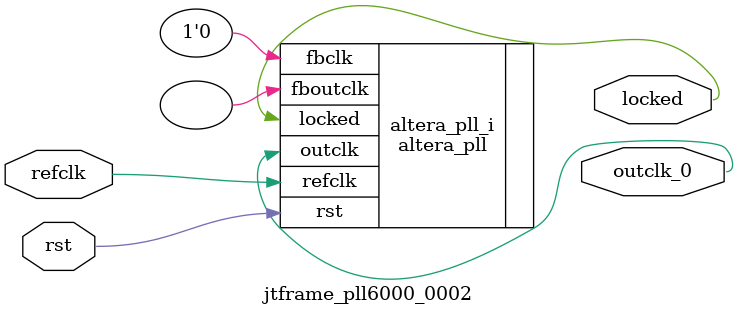
<source format=v>
`timescale 1ns/10ps
module  jtframe_pll6000_0002(

	// interface 'refclk'
	input wire refclk,

	// interface 'reset'
	input wire rst,

	// interface 'outclk0'
	output wire outclk_0,

	// interface 'locked'
	output wire locked
);

	altera_pll #(
		.fractional_vco_multiplier("false"),
		.reference_clock_frequency("50.0 MHz"),
		.operation_mode("direct"),
		.number_of_clocks(1),
		.output_clock_frequency0("48.000000 MHz"),
		.phase_shift0("0 ps"),
		.duty_cycle0(50),
		.output_clock_frequency1("0 MHz"),
		.phase_shift1("0 ps"),
		.duty_cycle1(50),
		.output_clock_frequency2("0 MHz"),
		.phase_shift2("0 ps"),
		.duty_cycle2(50),
		.output_clock_frequency3("0 MHz"),
		.phase_shift3("0 ps"),
		.duty_cycle3(50),
		.output_clock_frequency4("0 MHz"),
		.phase_shift4("0 ps"),
		.duty_cycle4(50),
		.output_clock_frequency5("0 MHz"),
		.phase_shift5("0 ps"),
		.duty_cycle5(50),
		.output_clock_frequency6("0 MHz"),
		.phase_shift6("0 ps"),
		.duty_cycle6(50),
		.output_clock_frequency7("0 MHz"),
		.phase_shift7("0 ps"),
		.duty_cycle7(50),
		.output_clock_frequency8("0 MHz"),
		.phase_shift8("0 ps"),
		.duty_cycle8(50),
		.output_clock_frequency9("0 MHz"),
		.phase_shift9("0 ps"),
		.duty_cycle9(50),
		.output_clock_frequency10("0 MHz"),
		.phase_shift10("0 ps"),
		.duty_cycle10(50),
		.output_clock_frequency11("0 MHz"),
		.phase_shift11("0 ps"),
		.duty_cycle11(50),
		.output_clock_frequency12("0 MHz"),
		.phase_shift12("0 ps"),
		.duty_cycle12(50),
		.output_clock_frequency13("0 MHz"),
		.phase_shift13("0 ps"),
		.duty_cycle13(50),
		.output_clock_frequency14("0 MHz"),
		.phase_shift14("0 ps"),
		.duty_cycle14(50),
		.output_clock_frequency15("0 MHz"),
		.phase_shift15("0 ps"),
		.duty_cycle15(50),
		.output_clock_frequency16("0 MHz"),
		.phase_shift16("0 ps"),
		.duty_cycle16(50),
		.output_clock_frequency17("0 MHz"),
		.phase_shift17("0 ps"),
		.duty_cycle17(50),
		.pll_type("General"),
		.pll_subtype("General")
	) altera_pll_i (
		.rst	(rst),
		.outclk	({outclk_0}),
		.locked	(locked),
		.fboutclk	( ),
		.fbclk	(1'b0),
		.refclk	(refclk)
	);
endmodule


</source>
